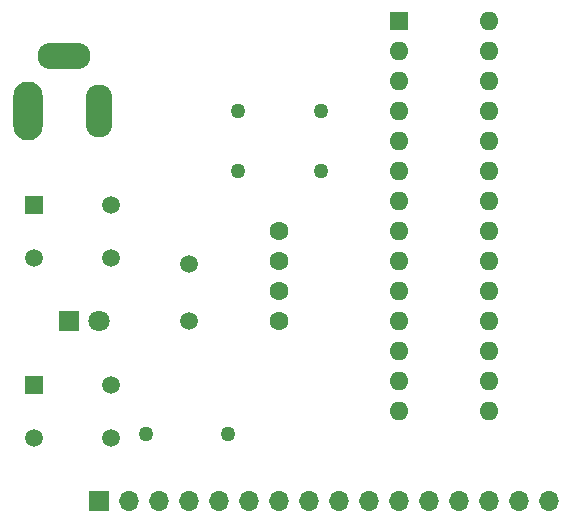
<source format=gbr>
%TF.GenerationSoftware,KiCad,Pcbnew,7.0.6*%
%TF.CreationDate,2023-08-09T01:09:07+05:30*%
%TF.ProjectId,arduinotask,61726475-696e-46f7-9461-736b2e6b6963,rev?*%
%TF.SameCoordinates,Original*%
%TF.FileFunction,Soldermask,Bot*%
%TF.FilePolarity,Negative*%
%FSLAX46Y46*%
G04 Gerber Fmt 4.6, Leading zero omitted, Abs format (unit mm)*
G04 Created by KiCad (PCBNEW 7.0.6) date 2023-08-09 01:09:07*
%MOMM*%
%LPD*%
G01*
G04 APERTURE LIST*
%ADD10C,1.600000*%
%ADD11C,1.498000*%
%ADD12R,1.498000X1.498000*%
%ADD13O,1.700000X1.700000*%
%ADD14R,1.700000X1.700000*%
%ADD15C,1.500000*%
%ADD16C,1.258000*%
%ADD17O,4.500000X2.250000*%
%ADD18O,2.250000X4.500000*%
%ADD19O,2.500000X5.000000*%
%ADD20R,1.600000X1.600000*%
%ADD21O,1.600000X1.600000*%
%ADD22R,1.800000X1.800000*%
%ADD23C,1.800000*%
G04 APERTURE END LIST*
D10*
%TO.C,C2*%
X55880000Y-53300000D03*
X55880000Y-55800000D03*
%TD*%
D11*
%TO.C,SW1*%
X35098500Y-55590000D03*
D12*
X35098500Y-51090000D03*
D11*
X41598500Y-55590000D03*
X41598500Y-51090000D03*
%TD*%
D13*
%TO.C,U2*%
X78740000Y-76200000D03*
X76200000Y-76200000D03*
X73660000Y-76200000D03*
X71120000Y-76200000D03*
X68580000Y-76200000D03*
X66040000Y-76200000D03*
X63500000Y-76200000D03*
X60960000Y-76200000D03*
X58420000Y-76200000D03*
X55880000Y-76200000D03*
X53340000Y-76200000D03*
X50800000Y-76200000D03*
X48260000Y-76200000D03*
X45720000Y-76200000D03*
X43180000Y-76200000D03*
D14*
X40640000Y-76200000D03*
%TD*%
D15*
%TO.C,Y1*%
X48260000Y-60960000D03*
X48260000Y-56060000D03*
%TD*%
D11*
%TO.C,SW2*%
X35098500Y-70830000D03*
D12*
X35098500Y-66330000D03*
D11*
X41598500Y-70830000D03*
X41598500Y-66330000D03*
%TD*%
D16*
%TO.C,R3*%
X44560000Y-70470000D03*
X51560000Y-70470000D03*
%TD*%
%TO.C,R2*%
X52380000Y-48260000D03*
X59380000Y-48260000D03*
%TD*%
%TO.C,R1*%
X52380000Y-43180000D03*
X59380000Y-43180000D03*
%TD*%
D17*
%TO.C,J1*%
X37640000Y-38480000D03*
D18*
X40640000Y-43180000D03*
D19*
X34640000Y-43180000D03*
%TD*%
D20*
%TO.C,U1*%
X66040000Y-35560000D03*
D21*
X66040000Y-38100000D03*
X66040000Y-40640000D03*
X66040000Y-43180000D03*
X66040000Y-45720000D03*
X66040000Y-48260000D03*
X66040000Y-50800000D03*
X66040000Y-53340000D03*
X66040000Y-55880000D03*
X66040000Y-58420000D03*
X66040000Y-60960000D03*
X66040000Y-63500000D03*
X66040000Y-66040000D03*
X66040000Y-68580000D03*
X73660000Y-68580000D03*
X73660000Y-66040000D03*
X73660000Y-63500000D03*
X73660000Y-60960000D03*
X73660000Y-58420000D03*
X73660000Y-55880000D03*
X73660000Y-53340000D03*
X73660000Y-50800000D03*
X73660000Y-48260000D03*
X73660000Y-45720000D03*
X73660000Y-43180000D03*
X73660000Y-40640000D03*
X73660000Y-38100000D03*
X73660000Y-35560000D03*
%TD*%
D22*
%TO.C,D1*%
X38100000Y-60960000D03*
D23*
X40640000Y-60960000D03*
%TD*%
D10*
%TO.C,C1*%
X55880000Y-60920000D03*
X55880000Y-58420000D03*
%TD*%
M02*

</source>
